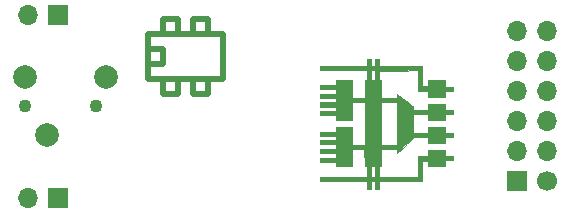
<source format=gbr>
%TF.GenerationSoftware,KiCad,Pcbnew,5.1.9*%
%TF.CreationDate,2021-01-26T07:43:01+03:00*%
%TF.ProjectId,dual-mcp3201-pmod,6475616c-2d6d-4637-9033-3230312d706d,rev?*%
%TF.SameCoordinates,PX4c4b400PY8583b00*%
%TF.FileFunction,Soldermask,Bot*%
%TF.FilePolarity,Negative*%
%FSLAX46Y46*%
G04 Gerber Fmt 4.6, Leading zero omitted, Abs format (unit mm)*
G04 Created by KiCad (PCBNEW 5.1.9) date 2021-01-26 07:43:01*
%MOMM*%
%LPD*%
G01*
G04 APERTURE LIST*
%ADD10C,0.500000*%
%ADD11C,0.010000*%
%ADD12O,1.700000X1.700000*%
%ADD13R,1.700000X1.700000*%
%ADD14C,1.700000*%
%ADD15C,1.100000*%
%ADD16C,2.000000*%
G04 APERTURE END LIST*
D10*
X16155000Y11085000D02*
X16155000Y12355000D01*
X17425000Y11085000D02*
X16155000Y11085000D01*
X17425000Y12355000D02*
X17425000Y11085000D01*
X14885000Y11085000D02*
X14885000Y12355000D01*
X13615000Y11085000D02*
X14885000Y11085000D01*
X13615000Y12355000D02*
X13615000Y11085000D01*
X13615000Y13625000D02*
X12345000Y13625000D01*
X13615000Y14895000D02*
X13615000Y13625000D01*
X12345000Y14895000D02*
X13615000Y14895000D01*
X17425000Y17435000D02*
X17425000Y16165000D01*
X16155000Y17435000D02*
X17425000Y17435000D01*
X16155000Y16165000D02*
X16155000Y17435000D01*
X14885000Y17435000D02*
X14885000Y16165000D01*
X13615000Y17435000D02*
X14885000Y17435000D01*
X13615000Y16165000D02*
X13615000Y17435000D01*
X12345000Y12355000D02*
X12345000Y16165000D01*
X18695000Y12355000D02*
X12345000Y12355000D01*
X18695000Y16165000D02*
X18695000Y12355000D01*
X12345000Y16165000D02*
X18695000Y16165000D01*
D11*
%TO.C,G\u002A\u002A\u002A*%
G36*
X31248556Y3673595D02*
G01*
X31410833Y3665131D01*
X31573111Y3656667D01*
X31581062Y3325056D01*
X31589013Y2993444D01*
X31924098Y2993444D01*
X31932049Y3325056D01*
X31940000Y3656667D01*
X33753278Y3663930D01*
X35566556Y3671192D01*
X35566556Y5392333D01*
X36102778Y5392333D01*
X36102778Y4912556D01*
X37485667Y4912556D01*
X37485667Y5420556D01*
X38219444Y5420556D01*
X38219444Y5787444D01*
X37485667Y5787444D01*
X37485667Y6295444D01*
X36102778Y6295444D01*
X36102778Y5787444D01*
X35227889Y5787444D01*
X35227889Y4037667D01*
X31924419Y4037667D01*
X31932209Y4468056D01*
X31940000Y4898444D01*
X32017611Y4907375D01*
X32095222Y4916305D01*
X32095222Y6409337D01*
X32779611Y6401779D01*
X33464000Y6394222D01*
X33478111Y6240450D01*
X33492222Y6086677D01*
X34141333Y6673004D01*
X34347893Y6861108D01*
X34513078Y7015007D01*
X34638852Y7136655D01*
X34727182Y7228008D01*
X34780031Y7291021D01*
X34799365Y7327648D01*
X34799375Y7327721D01*
X34808305Y7396111D01*
X36102778Y7396111D01*
X36102778Y6859889D01*
X37485667Y6859889D01*
X37485667Y7396111D01*
X38219444Y7396111D01*
X38219444Y7734778D01*
X37485667Y7734778D01*
X37485667Y8271000D01*
X36102778Y8271000D01*
X36102778Y7734778D01*
X34804556Y7734778D01*
X34804556Y9343444D01*
X36102778Y9343444D01*
X36102778Y8835444D01*
X37485667Y8835444D01*
X37485667Y9343444D01*
X38219444Y9343444D01*
X38219444Y9710333D01*
X37485667Y9710333D01*
X37485667Y10218333D01*
X36102778Y10218333D01*
X36102778Y9710333D01*
X34804556Y9710333D01*
X34804556Y9865378D01*
X34801944Y9956614D01*
X34786743Y10013673D01*
X34747903Y10058806D01*
X34684611Y10106891D01*
X34596229Y10171271D01*
X34512064Y10233626D01*
X34483414Y10255235D01*
X34436120Y10291147D01*
X34352207Y10354760D01*
X34240069Y10439715D01*
X34108097Y10539654D01*
X33964686Y10648220D01*
X33947192Y10661460D01*
X33492222Y11005810D01*
X33483692Y10866072D01*
X33475161Y10726333D01*
X32095222Y10726333D01*
X32095222Y12193889D01*
X31924380Y12193889D01*
X31932190Y12610167D01*
X31940000Y13026444D01*
X33583944Y13033727D01*
X35227889Y13041010D01*
X35227889Y11319000D01*
X36102778Y11319000D01*
X36102778Y10811000D01*
X37485667Y10811000D01*
X37485667Y11319000D01*
X38219444Y11319000D01*
X38219444Y11655980D01*
X37499778Y11671778D01*
X37491663Y11932833D01*
X37483548Y12193889D01*
X36102778Y12193889D01*
X36102778Y11683771D01*
X35841722Y11691885D01*
X35580667Y11700000D01*
X35573197Y12553722D01*
X35565728Y13407444D01*
X31925889Y13407444D01*
X31925889Y13971889D01*
X31587222Y13971889D01*
X31587222Y13407444D01*
X31248556Y13407444D01*
X31248556Y13971889D01*
X30909889Y13971889D01*
X30909889Y13407444D01*
X26930556Y13407444D01*
X26930556Y13040556D01*
X30909889Y13040556D01*
X30909889Y12193889D01*
X31248556Y12193889D01*
X31248556Y13040556D01*
X31587222Y13040556D01*
X31587222Y12193889D01*
X31248556Y12193889D01*
X30909889Y12193889D01*
X30712333Y12193889D01*
X30712333Y10726333D01*
X29668111Y10726333D01*
X29668111Y12193889D01*
X28257000Y12193889D01*
X28257000Y11798778D01*
X26930556Y11798778D01*
X26930556Y11460111D01*
X28257000Y11460111D01*
X28257000Y11065000D01*
X26930556Y11065000D01*
X26930556Y10726333D01*
X28257000Y10726333D01*
X28257000Y10331222D01*
X26930556Y10331222D01*
X26930556Y9964333D01*
X28257000Y9964333D01*
X28257000Y9597444D01*
X26930556Y9597444D01*
X26930556Y9230556D01*
X28257000Y9230556D01*
X28257000Y8863667D01*
X29668111Y8863667D01*
X29668111Y10387667D01*
X30712333Y10387667D01*
X30712333Y6747000D01*
X32095222Y6747000D01*
X32095222Y10387667D01*
X33478111Y10387667D01*
X33478111Y6747000D01*
X32095222Y6747000D01*
X30712333Y6747000D01*
X29668111Y6747000D01*
X29668111Y8242778D01*
X28257000Y8242778D01*
X28257000Y7847667D01*
X26930556Y7847667D01*
X26930556Y7509000D01*
X28257000Y7509000D01*
X28257000Y7113889D01*
X26930556Y7113889D01*
X26930556Y6775222D01*
X28257000Y6775222D01*
X28257000Y6380111D01*
X26930556Y6380111D01*
X26930556Y6041444D01*
X28257000Y6041444D01*
X28257000Y5646333D01*
X26930556Y5646333D01*
X26930556Y5279444D01*
X28257000Y5279444D01*
X28257000Y4912556D01*
X29668111Y4912556D01*
X29668111Y6409607D01*
X30183167Y6401914D01*
X30698222Y6394222D01*
X30713270Y4912556D01*
X30909889Y4912556D01*
X30909889Y4037667D01*
X31248556Y4037667D01*
X31248556Y4912556D01*
X31587222Y4912556D01*
X31587222Y4037667D01*
X31248556Y4037667D01*
X30909889Y4037667D01*
X26930556Y4037667D01*
X26930556Y3671159D01*
X30895778Y3656667D01*
X30903729Y3325056D01*
X30911680Y2993444D01*
X31248556Y2993444D01*
X31248556Y3673595D01*
G37*
X31248556Y3673595D02*
X31410833Y3665131D01*
X31573111Y3656667D01*
X31581062Y3325056D01*
X31589013Y2993444D01*
X31924098Y2993444D01*
X31932049Y3325056D01*
X31940000Y3656667D01*
X33753278Y3663930D01*
X35566556Y3671192D01*
X35566556Y5392333D01*
X36102778Y5392333D01*
X36102778Y4912556D01*
X37485667Y4912556D01*
X37485667Y5420556D01*
X38219444Y5420556D01*
X38219444Y5787444D01*
X37485667Y5787444D01*
X37485667Y6295444D01*
X36102778Y6295444D01*
X36102778Y5787444D01*
X35227889Y5787444D01*
X35227889Y4037667D01*
X31924419Y4037667D01*
X31932209Y4468056D01*
X31940000Y4898444D01*
X32017611Y4907375D01*
X32095222Y4916305D01*
X32095222Y6409337D01*
X32779611Y6401779D01*
X33464000Y6394222D01*
X33478111Y6240450D01*
X33492222Y6086677D01*
X34141333Y6673004D01*
X34347893Y6861108D01*
X34513078Y7015007D01*
X34638852Y7136655D01*
X34727182Y7228008D01*
X34780031Y7291021D01*
X34799365Y7327648D01*
X34799375Y7327721D01*
X34808305Y7396111D01*
X36102778Y7396111D01*
X36102778Y6859889D01*
X37485667Y6859889D01*
X37485667Y7396111D01*
X38219444Y7396111D01*
X38219444Y7734778D01*
X37485667Y7734778D01*
X37485667Y8271000D01*
X36102778Y8271000D01*
X36102778Y7734778D01*
X34804556Y7734778D01*
X34804556Y9343444D01*
X36102778Y9343444D01*
X36102778Y8835444D01*
X37485667Y8835444D01*
X37485667Y9343444D01*
X38219444Y9343444D01*
X38219444Y9710333D01*
X37485667Y9710333D01*
X37485667Y10218333D01*
X36102778Y10218333D01*
X36102778Y9710333D01*
X34804556Y9710333D01*
X34804556Y9865378D01*
X34801944Y9956614D01*
X34786743Y10013673D01*
X34747903Y10058806D01*
X34684611Y10106891D01*
X34596229Y10171271D01*
X34512064Y10233626D01*
X34483414Y10255235D01*
X34436120Y10291147D01*
X34352207Y10354760D01*
X34240069Y10439715D01*
X34108097Y10539654D01*
X33964686Y10648220D01*
X33947192Y10661460D01*
X33492222Y11005810D01*
X33483692Y10866072D01*
X33475161Y10726333D01*
X32095222Y10726333D01*
X32095222Y12193889D01*
X31924380Y12193889D01*
X31932190Y12610167D01*
X31940000Y13026444D01*
X33583944Y13033727D01*
X35227889Y13041010D01*
X35227889Y11319000D01*
X36102778Y11319000D01*
X36102778Y10811000D01*
X37485667Y10811000D01*
X37485667Y11319000D01*
X38219444Y11319000D01*
X38219444Y11655980D01*
X37499778Y11671778D01*
X37491663Y11932833D01*
X37483548Y12193889D01*
X36102778Y12193889D01*
X36102778Y11683771D01*
X35841722Y11691885D01*
X35580667Y11700000D01*
X35573197Y12553722D01*
X35565728Y13407444D01*
X31925889Y13407444D01*
X31925889Y13971889D01*
X31587222Y13971889D01*
X31587222Y13407444D01*
X31248556Y13407444D01*
X31248556Y13971889D01*
X30909889Y13971889D01*
X30909889Y13407444D01*
X26930556Y13407444D01*
X26930556Y13040556D01*
X30909889Y13040556D01*
X30909889Y12193889D01*
X31248556Y12193889D01*
X31248556Y13040556D01*
X31587222Y13040556D01*
X31587222Y12193889D01*
X31248556Y12193889D01*
X30909889Y12193889D01*
X30712333Y12193889D01*
X30712333Y10726333D01*
X29668111Y10726333D01*
X29668111Y12193889D01*
X28257000Y12193889D01*
X28257000Y11798778D01*
X26930556Y11798778D01*
X26930556Y11460111D01*
X28257000Y11460111D01*
X28257000Y11065000D01*
X26930556Y11065000D01*
X26930556Y10726333D01*
X28257000Y10726333D01*
X28257000Y10331222D01*
X26930556Y10331222D01*
X26930556Y9964333D01*
X28257000Y9964333D01*
X28257000Y9597444D01*
X26930556Y9597444D01*
X26930556Y9230556D01*
X28257000Y9230556D01*
X28257000Y8863667D01*
X29668111Y8863667D01*
X29668111Y10387667D01*
X30712333Y10387667D01*
X30712333Y6747000D01*
X32095222Y6747000D01*
X32095222Y10387667D01*
X33478111Y10387667D01*
X33478111Y6747000D01*
X32095222Y6747000D01*
X30712333Y6747000D01*
X29668111Y6747000D01*
X29668111Y8242778D01*
X28257000Y8242778D01*
X28257000Y7847667D01*
X26930556Y7847667D01*
X26930556Y7509000D01*
X28257000Y7509000D01*
X28257000Y7113889D01*
X26930556Y7113889D01*
X26930556Y6775222D01*
X28257000Y6775222D01*
X28257000Y6380111D01*
X26930556Y6380111D01*
X26930556Y6041444D01*
X28257000Y6041444D01*
X28257000Y5646333D01*
X26930556Y5646333D01*
X26930556Y5279444D01*
X28257000Y5279444D01*
X28257000Y4912556D01*
X29668111Y4912556D01*
X29668111Y6409607D01*
X30183167Y6401914D01*
X30698222Y6394222D01*
X30713270Y4912556D01*
X30909889Y4912556D01*
X30909889Y4037667D01*
X31248556Y4037667D01*
X31248556Y4912556D01*
X31587222Y4912556D01*
X31587222Y4037667D01*
X31248556Y4037667D01*
X30909889Y4037667D01*
X26930556Y4037667D01*
X26930556Y3671159D01*
X30895778Y3656667D01*
X30903729Y3325056D01*
X30911680Y2993444D01*
X31248556Y2993444D01*
X31248556Y3673595D01*
%TD*%
D12*
%TO.C,X4*%
X2210000Y17750000D03*
D13*
X4750000Y17750000D03*
%TD*%
D12*
%TO.C,X3*%
X2210000Y2250000D03*
D13*
X4750000Y2250000D03*
%TD*%
D14*
%TO.C,X2*%
X46170000Y3650000D03*
D13*
X43630000Y3650000D03*
D12*
X46170000Y6190000D03*
X43630000Y6190000D03*
X46170000Y8730000D03*
X43630000Y8730000D03*
X46170000Y11270000D03*
X43630000Y11270000D03*
X46170000Y13810000D03*
X43630000Y13810000D03*
X46170000Y16350000D03*
X43630000Y16350000D03*
%TD*%
D15*
%TO.C,X1*%
X2000000Y10000000D03*
X8000000Y10000000D03*
D16*
X8800000Y12450000D03*
X3800000Y7550000D03*
X2000000Y12450000D03*
%TD*%
M02*

</source>
